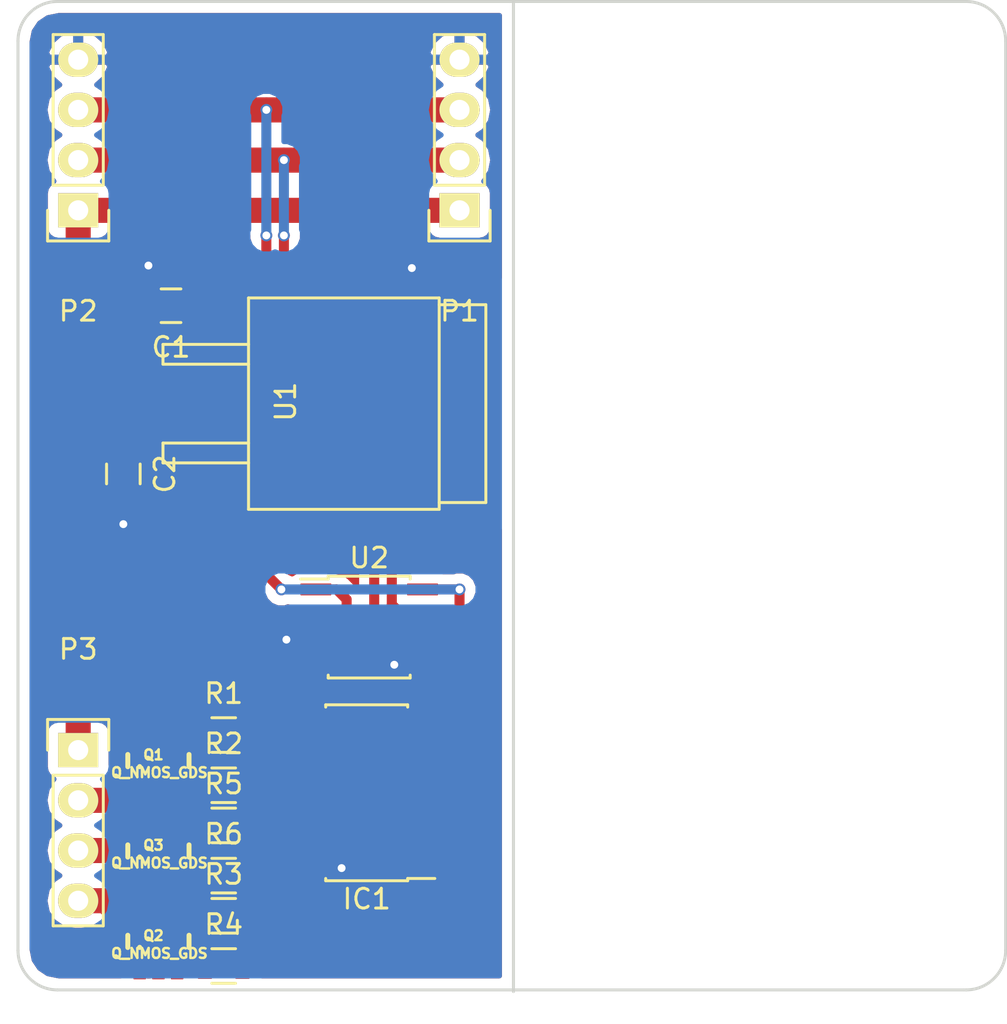
<source format=kicad_pcb>
(kicad_pcb (version 4) (host pcbnew "(2015-08-19 BZR 6105)-product")

  (general
    (links 48)
    (no_connects 17)
    (area 126.924999 56.924999 177.075001 107.163001)
    (thickness 1.6)
    (drawings 9)
    (tracks 99)
    (zones 0)
    (modules 17)
    (nets 24)
  )

  (page A4)
  (layers
    (0 F.Cu signal)
    (31 B.Cu signal hide)
    (32 B.Adhes user)
    (33 F.Adhes user)
    (34 B.Paste user)
    (35 F.Paste user)
    (36 B.SilkS user)
    (37 F.SilkS user)
    (38 B.Mask user)
    (39 F.Mask user)
    (40 Dwgs.User user)
    (41 Cmts.User user)
    (42 Eco1.User user)
    (43 Eco2.User user)
    (44 Edge.Cuts user)
    (45 Margin user)
    (46 B.CrtYd user)
    (47 F.CrtYd user)
    (48 B.Fab user)
    (49 F.Fab user)
  )

  (setup
    (last_trace_width 0.508)
    (user_trace_width 0.254)
    (user_trace_width 0.508)
    (user_trace_width 1.016)
    (user_trace_width 1.27)
    (trace_clearance 0.2)
    (zone_clearance 0.508)
    (zone_45_only no)
    (trace_min 0.2)
    (segment_width 0.2)
    (edge_width 0.15)
    (via_size 0.6)
    (via_drill 0.4)
    (via_min_size 0.4)
    (via_min_drill 0.3)
    (uvia_size 0.3)
    (uvia_drill 0.1)
    (uvias_allowed no)
    (uvia_min_size 0)
    (uvia_min_drill 0)
    (pcb_text_width 0.3)
    (pcb_text_size 1.5 1.5)
    (mod_edge_width 0.15)
    (mod_text_size 1 1)
    (mod_text_width 0.15)
    (pad_size 1.524 1.524)
    (pad_drill 0.762)
    (pad_to_mask_clearance 0.2)
    (aux_axis_origin 0 0)
    (grid_origin 156.083 69.088)
    (visible_elements FFFFFF7F)
    (pcbplotparams
      (layerselection 0x00030_80000001)
      (usegerberextensions false)
      (excludeedgelayer true)
      (linewidth 0.100000)
      (plotframeref false)
      (viasonmask false)
      (mode 1)
      (useauxorigin false)
      (hpglpennumber 1)
      (hpglpenspeed 20)
      (hpglpendiameter 15)
      (hpglpenoverlay 2)
      (psnegative false)
      (psa4output false)
      (plotreference true)
      (plotvalue true)
      (plotinvisibletext false)
      (padsonsilk false)
      (subtractmaskfromsilk false)
      (outputformat 1)
      (mirror false)
      (drillshape 1)
      (scaleselection 1)
      (outputdirectory ""))
  )

  (net 0 "")
  (net 1 +12V)
  (net 2 GND)
  (net 3 +5V)
  (net 4 "Net-(Q1-Pad1)")
  (net 5 /LED_R)
  (net 6 "Net-(Q2-Pad1)")
  (net 7 /LED_B)
  (net 8 "Net-(Q3-Pad1)")
  (net 9 /LED_G)
  (net 10 /SERIAL_IN)
  (net 11 "Net-(IC1-Pad2)")
  (net 12 "Net-(IC1-Pad3)")
  (net 13 "Net-(IC1-Pad4)")
  (net 14 "Net-(IC1-Pad5)")
  (net 15 "Net-(IC1-Pad6)")
  (net 16 "Net-(IC1-Pad7)")
  (net 17 "Net-(IC1-Pad8)")
  (net 18 "Net-(IC1-Pad13)")
  (net 19 /LED_R_OUT)
  (net 20 /LED_B_OUT)
  (net 21 /LED_G_OUT)
  (net 22 /SERIAL_B)
  (net 23 /SERIAL_A)

  (net_class Default "This is the default net class."
    (clearance 0.2)
    (trace_width 0.25)
    (via_dia 0.6)
    (via_drill 0.4)
    (uvia_dia 0.3)
    (uvia_drill 0.1)
    (add_net +12V)
    (add_net +5V)
    (add_net /LED_B)
    (add_net /LED_B_OUT)
    (add_net /LED_G)
    (add_net /LED_G_OUT)
    (add_net /LED_R)
    (add_net /LED_R_OUT)
    (add_net /SERIAL_A)
    (add_net /SERIAL_B)
    (add_net /SERIAL_IN)
    (add_net GND)
    (add_net "Net-(IC1-Pad13)")
    (add_net "Net-(IC1-Pad2)")
    (add_net "Net-(IC1-Pad3)")
    (add_net "Net-(IC1-Pad4)")
    (add_net "Net-(IC1-Pad5)")
    (add_net "Net-(IC1-Pad6)")
    (add_net "Net-(IC1-Pad7)")
    (add_net "Net-(IC1-Pad8)")
    (add_net "Net-(Q1-Pad1)")
    (add_net "Net-(Q2-Pad1)")
    (add_net "Net-(Q3-Pad1)")
  )

  (module Capacitors_SMD:C_0805 (layer F.Cu) (tedit 5415D6EA) (tstamp 55D8CEDA)
    (at 134.747 72.39 180)
    (descr "Capacitor SMD 0805, reflow soldering, AVX (see smccp.pdf)")
    (tags "capacitor 0805")
    (path /55D512A7)
    (attr smd)
    (fp_text reference C1 (at 0 -2.1 180) (layer F.SilkS)
      (effects (font (size 1 1) (thickness 0.15)))
    )
    (fp_text value 0.33uF (at 0 2.1 180) (layer F.Fab)
      (effects (font (size 1 1) (thickness 0.15)))
    )
    (fp_line (start -1.8 -1) (end 1.8 -1) (layer F.CrtYd) (width 0.05))
    (fp_line (start -1.8 1) (end 1.8 1) (layer F.CrtYd) (width 0.05))
    (fp_line (start -1.8 -1) (end -1.8 1) (layer F.CrtYd) (width 0.05))
    (fp_line (start 1.8 -1) (end 1.8 1) (layer F.CrtYd) (width 0.05))
    (fp_line (start 0.5 -0.85) (end -0.5 -0.85) (layer F.SilkS) (width 0.15))
    (fp_line (start -0.5 0.85) (end 0.5 0.85) (layer F.SilkS) (width 0.15))
    (pad 1 smd rect (at -1 0 180) (size 1 1.25) (layers F.Cu F.Paste F.Mask)
      (net 1 +12V))
    (pad 2 smd rect (at 1 0 180) (size 1 1.25) (layers F.Cu F.Paste F.Mask)
      (net 2 GND))
    (model Capacitors_SMD.3dshapes/C_0805.wrl
      (at (xyz 0 0 0))
      (scale (xyz 1 1 1))
      (rotate (xyz 0 0 0))
    )
  )

  (module Capacitors_SMD:C_0805 (layer F.Cu) (tedit 5415D6EA) (tstamp 55D8CEE6)
    (at 132.334 80.899 270)
    (descr "Capacitor SMD 0805, reflow soldering, AVX (see smccp.pdf)")
    (tags "capacitor 0805")
    (path /55D51378)
    (attr smd)
    (fp_text reference C2 (at 0 -2.1 270) (layer F.SilkS)
      (effects (font (size 1 1) (thickness 0.15)))
    )
    (fp_text value 0.1uF (at 0 2.1 270) (layer F.Fab)
      (effects (font (size 1 1) (thickness 0.15)))
    )
    (fp_line (start -1.8 -1) (end 1.8 -1) (layer F.CrtYd) (width 0.05))
    (fp_line (start -1.8 1) (end 1.8 1) (layer F.CrtYd) (width 0.05))
    (fp_line (start -1.8 -1) (end -1.8 1) (layer F.CrtYd) (width 0.05))
    (fp_line (start 1.8 -1) (end 1.8 1) (layer F.CrtYd) (width 0.05))
    (fp_line (start 0.5 -0.85) (end -0.5 -0.85) (layer F.SilkS) (width 0.15))
    (fp_line (start -0.5 0.85) (end 0.5 0.85) (layer F.SilkS) (width 0.15))
    (pad 1 smd rect (at -1 0 270) (size 1 1.25) (layers F.Cu F.Paste F.Mask)
      (net 3 +5V))
    (pad 2 smd rect (at 1 0 270) (size 1 1.25) (layers F.Cu F.Paste F.Mask)
      (net 2 GND))
    (model Capacitors_SMD.3dshapes/C_0805.wrl
      (at (xyz 0 0 0))
      (scale (xyz 1 1 1))
      (rotate (xyz 0 0 0))
    )
  )

  (module Resistors_SMD:R_0805 (layer F.Cu) (tedit 5415CDEB) (tstamp 55D8CF31)
    (at 137.414 94.107)
    (descr "Resistor SMD 0805, reflow soldering, Vishay (see dcrcw.pdf)")
    (tags "resistor 0805")
    (path /55D558D9)
    (attr smd)
    (fp_text reference R1 (at 0 -2.1) (layer F.SilkS)
      (effects (font (size 1 1) (thickness 0.15)))
    )
    (fp_text value 1k (at 0 2.1) (layer F.Fab)
      (effects (font (size 1 1) (thickness 0.15)))
    )
    (fp_line (start -1.6 -1) (end 1.6 -1) (layer F.CrtYd) (width 0.05))
    (fp_line (start -1.6 1) (end 1.6 1) (layer F.CrtYd) (width 0.05))
    (fp_line (start -1.6 -1) (end -1.6 1) (layer F.CrtYd) (width 0.05))
    (fp_line (start 1.6 -1) (end 1.6 1) (layer F.CrtYd) (width 0.05))
    (fp_line (start 0.6 0.875) (end -0.6 0.875) (layer F.SilkS) (width 0.15))
    (fp_line (start -0.6 -0.875) (end 0.6 -0.875) (layer F.SilkS) (width 0.15))
    (pad 1 smd rect (at -0.95 0) (size 0.7 1.3) (layers F.Cu F.Paste F.Mask)
      (net 4 "Net-(Q1-Pad1)"))
    (pad 2 smd rect (at 0.95 0) (size 0.7 1.3) (layers F.Cu F.Paste F.Mask)
      (net 5 /LED_R))
    (model Resistors_SMD.3dshapes/R_0805.wrl
      (at (xyz 0 0 0))
      (scale (xyz 1 1 1))
      (rotate (xyz 0 0 0))
    )
  )

  (module Resistors_SMD:R_0805 (layer F.Cu) (tedit 5415CDEB) (tstamp 55D8CF3D)
    (at 137.414 96.647)
    (descr "Resistor SMD 0805, reflow soldering, Vishay (see dcrcw.pdf)")
    (tags "resistor 0805")
    (path /55D5595A)
    (attr smd)
    (fp_text reference R2 (at 0 -2.1) (layer F.SilkS)
      (effects (font (size 1 1) (thickness 0.15)))
    )
    (fp_text value 100k (at 0 2.1) (layer F.Fab)
      (effects (font (size 1 1) (thickness 0.15)))
    )
    (fp_line (start -1.6 -1) (end 1.6 -1) (layer F.CrtYd) (width 0.05))
    (fp_line (start -1.6 1) (end 1.6 1) (layer F.CrtYd) (width 0.05))
    (fp_line (start -1.6 -1) (end -1.6 1) (layer F.CrtYd) (width 0.05))
    (fp_line (start 1.6 -1) (end 1.6 1) (layer F.CrtYd) (width 0.05))
    (fp_line (start 0.6 0.875) (end -0.6 0.875) (layer F.SilkS) (width 0.15))
    (fp_line (start -0.6 -0.875) (end 0.6 -0.875) (layer F.SilkS) (width 0.15))
    (pad 1 smd rect (at -0.95 0) (size 0.7 1.3) (layers F.Cu F.Paste F.Mask)
      (net 4 "Net-(Q1-Pad1)"))
    (pad 2 smd rect (at 0.95 0) (size 0.7 1.3) (layers F.Cu F.Paste F.Mask)
      (net 2 GND))
    (model Resistors_SMD.3dshapes/R_0805.wrl
      (at (xyz 0 0 0))
      (scale (xyz 1 1 1))
      (rotate (xyz 0 0 0))
    )
  )

  (module Resistors_SMD:R_0805 (layer F.Cu) (tedit 5415CDEB) (tstamp 55D8CF49)
    (at 137.414 103.251)
    (descr "Resistor SMD 0805, reflow soldering, Vishay (see dcrcw.pdf)")
    (tags "resistor 0805")
    (path /55D5B84D)
    (attr smd)
    (fp_text reference R3 (at 0 -2.1) (layer F.SilkS)
      (effects (font (size 1 1) (thickness 0.15)))
    )
    (fp_text value 1k (at 0 2.1) (layer F.Fab)
      (effects (font (size 1 1) (thickness 0.15)))
    )
    (fp_line (start -1.6 -1) (end 1.6 -1) (layer F.CrtYd) (width 0.05))
    (fp_line (start -1.6 1) (end 1.6 1) (layer F.CrtYd) (width 0.05))
    (fp_line (start -1.6 -1) (end -1.6 1) (layer F.CrtYd) (width 0.05))
    (fp_line (start 1.6 -1) (end 1.6 1) (layer F.CrtYd) (width 0.05))
    (fp_line (start 0.6 0.875) (end -0.6 0.875) (layer F.SilkS) (width 0.15))
    (fp_line (start -0.6 -0.875) (end 0.6 -0.875) (layer F.SilkS) (width 0.15))
    (pad 1 smd rect (at -0.95 0) (size 0.7 1.3) (layers F.Cu F.Paste F.Mask)
      (net 6 "Net-(Q2-Pad1)"))
    (pad 2 smd rect (at 0.95 0) (size 0.7 1.3) (layers F.Cu F.Paste F.Mask)
      (net 7 /LED_B))
    (model Resistors_SMD.3dshapes/R_0805.wrl
      (at (xyz 0 0 0))
      (scale (xyz 1 1 1))
      (rotate (xyz 0 0 0))
    )
  )

  (module Resistors_SMD:R_0805 (layer F.Cu) (tedit 5415CDEB) (tstamp 55D8CF55)
    (at 137.414 105.791)
    (descr "Resistor SMD 0805, reflow soldering, Vishay (see dcrcw.pdf)")
    (tags "resistor 0805")
    (path /55D5B853)
    (attr smd)
    (fp_text reference R4 (at 0 -2.1) (layer F.SilkS)
      (effects (font (size 1 1) (thickness 0.15)))
    )
    (fp_text value 100k (at 0 2.1) (layer F.Fab)
      (effects (font (size 1 1) (thickness 0.15)))
    )
    (fp_line (start -1.6 -1) (end 1.6 -1) (layer F.CrtYd) (width 0.05))
    (fp_line (start -1.6 1) (end 1.6 1) (layer F.CrtYd) (width 0.05))
    (fp_line (start -1.6 -1) (end -1.6 1) (layer F.CrtYd) (width 0.05))
    (fp_line (start 1.6 -1) (end 1.6 1) (layer F.CrtYd) (width 0.05))
    (fp_line (start 0.6 0.875) (end -0.6 0.875) (layer F.SilkS) (width 0.15))
    (fp_line (start -0.6 -0.875) (end 0.6 -0.875) (layer F.SilkS) (width 0.15))
    (pad 1 smd rect (at -0.95 0) (size 0.7 1.3) (layers F.Cu F.Paste F.Mask)
      (net 6 "Net-(Q2-Pad1)"))
    (pad 2 smd rect (at 0.95 0) (size 0.7 1.3) (layers F.Cu F.Paste F.Mask)
      (net 2 GND))
    (model Resistors_SMD.3dshapes/R_0805.wrl
      (at (xyz 0 0 0))
      (scale (xyz 1 1 1))
      (rotate (xyz 0 0 0))
    )
  )

  (module Resistors_SMD:R_0805 (layer F.Cu) (tedit 5415CDEB) (tstamp 55D8CF61)
    (at 137.414 98.679)
    (descr "Resistor SMD 0805, reflow soldering, Vishay (see dcrcw.pdf)")
    (tags "resistor 0805")
    (path /55D5BA05)
    (attr smd)
    (fp_text reference R5 (at 0 -2.1) (layer F.SilkS)
      (effects (font (size 1 1) (thickness 0.15)))
    )
    (fp_text value 1k (at 0 2.1) (layer F.Fab)
      (effects (font (size 1 1) (thickness 0.15)))
    )
    (fp_line (start -1.6 -1) (end 1.6 -1) (layer F.CrtYd) (width 0.05))
    (fp_line (start -1.6 1) (end 1.6 1) (layer F.CrtYd) (width 0.05))
    (fp_line (start -1.6 -1) (end -1.6 1) (layer F.CrtYd) (width 0.05))
    (fp_line (start 1.6 -1) (end 1.6 1) (layer F.CrtYd) (width 0.05))
    (fp_line (start 0.6 0.875) (end -0.6 0.875) (layer F.SilkS) (width 0.15))
    (fp_line (start -0.6 -0.875) (end 0.6 -0.875) (layer F.SilkS) (width 0.15))
    (pad 1 smd rect (at -0.95 0) (size 0.7 1.3) (layers F.Cu F.Paste F.Mask)
      (net 8 "Net-(Q3-Pad1)"))
    (pad 2 smd rect (at 0.95 0) (size 0.7 1.3) (layers F.Cu F.Paste F.Mask)
      (net 9 /LED_G))
    (model Resistors_SMD.3dshapes/R_0805.wrl
      (at (xyz 0 0 0))
      (scale (xyz 1 1 1))
      (rotate (xyz 0 0 0))
    )
  )

  (module Resistors_SMD:R_0805 (layer F.Cu) (tedit 5415CDEB) (tstamp 55D8CF6D)
    (at 137.414 101.219)
    (descr "Resistor SMD 0805, reflow soldering, Vishay (see dcrcw.pdf)")
    (tags "resistor 0805")
    (path /55D5BA0B)
    (attr smd)
    (fp_text reference R6 (at 0 -2.1) (layer F.SilkS)
      (effects (font (size 1 1) (thickness 0.15)))
    )
    (fp_text value 100k (at 0 2.1) (layer F.Fab)
      (effects (font (size 1 1) (thickness 0.15)))
    )
    (fp_line (start -1.6 -1) (end 1.6 -1) (layer F.CrtYd) (width 0.05))
    (fp_line (start -1.6 1) (end 1.6 1) (layer F.CrtYd) (width 0.05))
    (fp_line (start -1.6 -1) (end -1.6 1) (layer F.CrtYd) (width 0.05))
    (fp_line (start 1.6 -1) (end 1.6 1) (layer F.CrtYd) (width 0.05))
    (fp_line (start 0.6 0.875) (end -0.6 0.875) (layer F.SilkS) (width 0.15))
    (fp_line (start -0.6 -0.875) (end 0.6 -0.875) (layer F.SilkS) (width 0.15))
    (pad 1 smd rect (at -0.95 0) (size 0.7 1.3) (layers F.Cu F.Paste F.Mask)
      (net 8 "Net-(Q3-Pad1)"))
    (pad 2 smd rect (at 0.95 0) (size 0.7 1.3) (layers F.Cu F.Paste F.Mask)
      (net 2 GND))
    (model Resistors_SMD.3dshapes/R_0805.wrl
      (at (xyz 0 0 0))
      (scale (xyz 1 1 1))
      (rotate (xyz 0 0 0))
    )
  )

  (module Transistors_SMD:sot404 (layer F.Cu) (tedit 0) (tstamp 55D8CF81)
    (at 141.351 77.343 270)
    (descr SOT404)
    (path /55D5123A)
    (attr smd)
    (fp_text reference U1 (at -0.09906 0.8001 270) (layer F.SilkS)
      (effects (font (size 1 1) (thickness 0.15)))
    )
    (fp_text value L7805CD2T-TR (at -0.20066 1.09982 270) (layer F.Fab)
      (effects (font (size 1 1) (thickness 0.15)))
    )
    (fp_line (start -5.0038 -6.9723) (end -5.0038 -9.3345) (layer F.SilkS) (width 0.15))
    (fp_line (start -5.0038 -9.3345) (end 5.0038 -9.3345) (layer F.SilkS) (width 0.15))
    (fp_line (start 5.0038 -9.3345) (end 5.0038 -6.9723) (layer F.SilkS) (width 0.15))
    (fp_line (start 2.9972 7.0104) (end 2.9972 2.6797) (layer F.SilkS) (width 0.15))
    (fp_line (start 1.9939 7.0104) (end 2.9972 7.0104) (layer F.SilkS) (width 0.15))
    (fp_line (start 1.9939 2.6797) (end 1.9939 7.0104) (layer F.SilkS) (width 0.15))
    (fp_line (start -2.9972 2.6797) (end -2.9972 7.0104) (layer F.SilkS) (width 0.15))
    (fp_line (start -2.9972 7.0104) (end -1.9939 7.0104) (layer F.SilkS) (width 0.15))
    (fp_line (start -1.9939 7.0104) (end -1.9939 2.6797) (layer F.SilkS) (width 0.15))
    (fp_line (start -5.3467 -6.9723) (end 5.3467 -6.9723) (layer F.SilkS) (width 0.15))
    (fp_line (start 5.3467 -6.9723) (end 5.3467 2.6797) (layer F.SilkS) (width 0.15))
    (fp_line (start 5.3467 2.6797) (end -5.3467 2.6797) (layer F.SilkS) (width 0.15))
    (fp_line (start -5.3467 2.6797) (end -5.3467 -6.9723) (layer F.SilkS) (width 0.15))
    (pad 1 smd rect (at -2.49936 5.5499 270) (size 1.99898 3.79984) (layers F.Cu F.Paste F.Mask)
      (net 1 +12V))
    (pad 3 smd rect (at 2.49936 5.5499 270) (size 1.99898 3.79984) (layers F.Cu F.Paste F.Mask)
      (net 3 +5V))
    (pad 2 smd rect (at 0 -5.5499 270) (size 11.50112 8.99922) (layers F.Cu F.Paste F.Mask)
      (net 2 GND))
    (model Transistors_SMD.3dshapes/sot404.wrl
      (at (xyz 0 0 0))
      (scale (xyz 1 1 1))
      (rotate (xyz 0 0 0))
    )
  )

  (module Housings_SOIC:SOIC-8_3.9x4.9mm_Pitch1.27mm (layer F.Cu) (tedit 54130A77) (tstamp 55D8CF98)
    (at 144.78 88.646)
    (descr "8-Lead Plastic Small Outline (SN) - Narrow, 3.90 mm Body [SOIC] (see Microchip Packaging Specification 00000049BS.pdf)")
    (tags "SOIC 1.27")
    (path /55D50C8C)
    (attr smd)
    (fp_text reference U2 (at 0 -3.5) (layer F.SilkS)
      (effects (font (size 1 1) (thickness 0.15)))
    )
    (fp_text value SN65HVD3082ED (at 0 3.5) (layer F.Fab)
      (effects (font (size 1 1) (thickness 0.15)))
    )
    (fp_line (start -3.75 -2.75) (end -3.75 2.75) (layer F.CrtYd) (width 0.05))
    (fp_line (start 3.75 -2.75) (end 3.75 2.75) (layer F.CrtYd) (width 0.05))
    (fp_line (start -3.75 -2.75) (end 3.75 -2.75) (layer F.CrtYd) (width 0.05))
    (fp_line (start -3.75 2.75) (end 3.75 2.75) (layer F.CrtYd) (width 0.05))
    (fp_line (start -2.075 -2.575) (end -2.075 -2.43) (layer F.SilkS) (width 0.15))
    (fp_line (start 2.075 -2.575) (end 2.075 -2.43) (layer F.SilkS) (width 0.15))
    (fp_line (start 2.075 2.575) (end 2.075 2.43) (layer F.SilkS) (width 0.15))
    (fp_line (start -2.075 2.575) (end -2.075 2.43) (layer F.SilkS) (width 0.15))
    (fp_line (start -2.075 -2.575) (end 2.075 -2.575) (layer F.SilkS) (width 0.15))
    (fp_line (start -2.075 2.575) (end 2.075 2.575) (layer F.SilkS) (width 0.15))
    (fp_line (start -2.075 -2.43) (end -3.475 -2.43) (layer F.SilkS) (width 0.15))
    (pad 1 smd rect (at -2.7 -1.905) (size 1.55 0.6) (layers F.Cu F.Paste F.Mask)
      (net 10 /SERIAL_IN))
    (pad 2 smd rect (at -2.7 -0.635) (size 1.55 0.6) (layers F.Cu F.Paste F.Mask)
      (net 2 GND))
    (pad 3 smd rect (at -2.7 0.635) (size 1.55 0.6) (layers F.Cu F.Paste F.Mask)
      (net 2 GND))
    (pad 4 smd rect (at -2.7 1.905) (size 1.55 0.6) (layers F.Cu F.Paste F.Mask)
      (net 2 GND))
    (pad 5 smd rect (at 2.7 1.905) (size 1.55 0.6) (layers F.Cu F.Paste F.Mask)
      (net 2 GND))
    (pad 6 smd rect (at 2.7 0.635) (size 1.55 0.6) (layers F.Cu F.Paste F.Mask)
      (net 23 /SERIAL_A))
    (pad 7 smd rect (at 2.7 -0.635) (size 1.55 0.6) (layers F.Cu F.Paste F.Mask)
      (net 22 /SERIAL_B))
    (pad 8 smd rect (at 2.7 -1.905) (size 1.55 0.6) (layers F.Cu F.Paste F.Mask)
      (net 3 +5V))
    (model Housings_SOIC.3dshapes/SOIC-8_3.9x4.9mm_Pitch1.27mm.wrl
      (at (xyz 0 0 0))
      (scale (xyz 1 1 1))
      (rotate (xyz 0 0 0))
    )
  )

  (module Housings_SOIC:SOIC-14_3.9x8.7mm_Pitch1.27mm (layer F.Cu) (tedit 54130A77) (tstamp 55D8D3E5)
    (at 144.653 97.028 180)
    (descr "14-Lead Plastic Small Outline (SL) - Narrow, 3.90 mm Body [SOIC] (see Microchip Packaging Specification 00000049BS.pdf)")
    (tags "SOIC 1.27")
    (path /55D5DBD8)
    (attr smd)
    (fp_text reference IC1 (at 0 -5.375 180) (layer F.SilkS)
      (effects (font (size 1 1) (thickness 0.15)))
    )
    (fp_text value ATTINY441-SSU (at 0 5.375 180) (layer F.Fab)
      (effects (font (size 1 1) (thickness 0.15)))
    )
    (fp_line (start -3.7 -4.65) (end -3.7 4.65) (layer F.CrtYd) (width 0.05))
    (fp_line (start 3.7 -4.65) (end 3.7 4.65) (layer F.CrtYd) (width 0.05))
    (fp_line (start -3.7 -4.65) (end 3.7 -4.65) (layer F.CrtYd) (width 0.05))
    (fp_line (start -3.7 4.65) (end 3.7 4.65) (layer F.CrtYd) (width 0.05))
    (fp_line (start -2.075 -4.45) (end -2.075 -4.335) (layer F.SilkS) (width 0.15))
    (fp_line (start 2.075 -4.45) (end 2.075 -4.335) (layer F.SilkS) (width 0.15))
    (fp_line (start 2.075 4.45) (end 2.075 4.335) (layer F.SilkS) (width 0.15))
    (fp_line (start -2.075 4.45) (end -2.075 4.335) (layer F.SilkS) (width 0.15))
    (fp_line (start -2.075 -4.45) (end 2.075 -4.45) (layer F.SilkS) (width 0.15))
    (fp_line (start -2.075 4.45) (end 2.075 4.45) (layer F.SilkS) (width 0.15))
    (fp_line (start -2.075 -4.335) (end -3.45 -4.335) (layer F.SilkS) (width 0.15))
    (pad 1 smd rect (at -2.7 -3.81 180) (size 1.5 0.6) (layers F.Cu F.Paste F.Mask)
      (net 3 +5V))
    (pad 2 smd rect (at -2.7 -2.54 180) (size 1.5 0.6) (layers F.Cu F.Paste F.Mask)
      (net 11 "Net-(IC1-Pad2)"))
    (pad 3 smd rect (at -2.7 -1.27 180) (size 1.5 0.6) (layers F.Cu F.Paste F.Mask)
      (net 12 "Net-(IC1-Pad3)"))
    (pad 4 smd rect (at -2.7 0 180) (size 1.5 0.6) (layers F.Cu F.Paste F.Mask)
      (net 13 "Net-(IC1-Pad4)"))
    (pad 5 smd rect (at -2.7 1.27 180) (size 1.5 0.6) (layers F.Cu F.Paste F.Mask)
      (net 14 "Net-(IC1-Pad5)"))
    (pad 6 smd rect (at -2.7 2.54 180) (size 1.5 0.6) (layers F.Cu F.Paste F.Mask)
      (net 15 "Net-(IC1-Pad6)"))
    (pad 7 smd rect (at -2.7 3.81 180) (size 1.5 0.6) (layers F.Cu F.Paste F.Mask)
      (net 16 "Net-(IC1-Pad7)"))
    (pad 8 smd rect (at 2.7 3.81 180) (size 1.5 0.6) (layers F.Cu F.Paste F.Mask)
      (net 17 "Net-(IC1-Pad8)"))
    (pad 9 smd rect (at 2.7 2.54 180) (size 1.5 0.6) (layers F.Cu F.Paste F.Mask)
      (net 5 /LED_R))
    (pad 10 smd rect (at 2.7 1.27 180) (size 1.5 0.6) (layers F.Cu F.Paste F.Mask)
      (net 9 /LED_G))
    (pad 11 smd rect (at 2.7 0 180) (size 1.5 0.6) (layers F.Cu F.Paste F.Mask)
      (net 10 /SERIAL_IN))
    (pad 12 smd rect (at 2.7 -1.27 180) (size 1.5 0.6) (layers F.Cu F.Paste F.Mask)
      (net 7 /LED_B))
    (pad 13 smd rect (at 2.7 -2.54 180) (size 1.5 0.6) (layers F.Cu F.Paste F.Mask)
      (net 18 "Net-(IC1-Pad13)"))
    (pad 14 smd rect (at 2.7 -3.81 180) (size 1.5 0.6) (layers F.Cu F.Paste F.Mask)
      (net 2 GND))
    (model Housings_SOIC.3dshapes/SOIC-14_3.9x8.7mm_Pitch1.27mm.wrl
      (at (xyz 0 0 0))
      (scale (xyz 1 1 1))
      (rotate (xyz 0 0 0))
    )
  )

  (module sot:SuperSOT-6-123 (layer F.Cu) (tedit 55D523B5) (tstamp 55D8D8DE)
    (at 133.1595 96.7105)
    (path /55D5548A)
    (fp_text reference Q1 (at 0.7 -1.6) (layer F.SilkS)
      (effects (font (size 0.5 0.5) (thickness 0.125)))
    )
    (fp_text value Q_NMOS_GDS (at 1 -0.7) (layer F.SilkS)
      (effects (font (size 0.5 0.5) (thickness 0.125)))
    )
    (fp_line (start 2.5 -1.62) (end 2.5 -1) (layer F.SilkS) (width 0.25))
    (fp_line (start -0.6 -1.62) (end -0.6 -1) (layer F.SilkS) (width 0.25))
    (fp_line (start 0 -1.01) (end 0 -1) (layer F.SilkS) (width 0.25))
    (pad 3 smd rect (at 1.9 -2.62) (size 0.62 1.22) (layers F.Cu F.Paste F.Mask)
      (net 2 GND))
    (pad 2 smd rect (at 0.95 -2.62) (size 0.62 1.22) (layers F.Cu F.Paste F.Mask)
      (net 19 /LED_R_OUT))
    (pad 1 smd rect (at 1.9 0) (size 0.62 1.22) (layers F.Cu F.Paste F.Mask)
      (net 4 "Net-(Q1-Pad1)"))
    (pad 2 smd rect (at 0 -2.62) (size 0.62 1.22) (layers F.Cu F.Paste F.Mask)
      (net 19 /LED_R_OUT))
    (pad 2 smd rect (at 0.95 0) (size 0.62 1.22) (layers F.Cu F.Paste F.Mask)
      (net 19 /LED_R_OUT))
    (pad 2 smd rect (at 0 0) (size 0.62 1.22) (layers F.Cu F.Paste F.Mask)
      (net 19 /LED_R_OUT))
  )

  (module sot:SuperSOT-6-123 (layer F.Cu) (tedit 55D523B5) (tstamp 55D8D8EA)
    (at 133.1595 105.8545)
    (path /55D5B847)
    (fp_text reference Q2 (at 0.7 -1.6) (layer F.SilkS)
      (effects (font (size 0.5 0.5) (thickness 0.125)))
    )
    (fp_text value Q_NMOS_GDS (at 1 -0.7) (layer F.SilkS)
      (effects (font (size 0.5 0.5) (thickness 0.125)))
    )
    (fp_line (start 2.5 -1.62) (end 2.5 -1) (layer F.SilkS) (width 0.25))
    (fp_line (start -0.6 -1.62) (end -0.6 -1) (layer F.SilkS) (width 0.25))
    (fp_line (start 0 -1.01) (end 0 -1) (layer F.SilkS) (width 0.25))
    (pad 3 smd rect (at 1.9 -2.62) (size 0.62 1.22) (layers F.Cu F.Paste F.Mask)
      (net 2 GND))
    (pad 2 smd rect (at 0.95 -2.62) (size 0.62 1.22) (layers F.Cu F.Paste F.Mask)
      (net 20 /LED_B_OUT))
    (pad 1 smd rect (at 1.9 0) (size 0.62 1.22) (layers F.Cu F.Paste F.Mask)
      (net 6 "Net-(Q2-Pad1)"))
    (pad 2 smd rect (at 0 -2.62) (size 0.62 1.22) (layers F.Cu F.Paste F.Mask)
      (net 20 /LED_B_OUT))
    (pad 2 smd rect (at 0.95 0) (size 0.62 1.22) (layers F.Cu F.Paste F.Mask)
      (net 20 /LED_B_OUT))
    (pad 2 smd rect (at 0 0) (size 0.62 1.22) (layers F.Cu F.Paste F.Mask)
      (net 20 /LED_B_OUT))
  )

  (module sot:SuperSOT-6-123 (layer F.Cu) (tedit 55D523B5) (tstamp 55D8D8F6)
    (at 133.1595 101.2825)
    (path /55D5B9FF)
    (fp_text reference Q3 (at 0.7 -1.6) (layer F.SilkS)
      (effects (font (size 0.5 0.5) (thickness 0.125)))
    )
    (fp_text value Q_NMOS_GDS (at 1 -0.7) (layer F.SilkS)
      (effects (font (size 0.5 0.5) (thickness 0.125)))
    )
    (fp_line (start 2.5 -1.62) (end 2.5 -1) (layer F.SilkS) (width 0.25))
    (fp_line (start -0.6 -1.62) (end -0.6 -1) (layer F.SilkS) (width 0.25))
    (fp_line (start 0 -1.01) (end 0 -1) (layer F.SilkS) (width 0.25))
    (pad 3 smd rect (at 1.9 -2.62) (size 0.62 1.22) (layers F.Cu F.Paste F.Mask)
      (net 2 GND))
    (pad 2 smd rect (at 0.95 -2.62) (size 0.62 1.22) (layers F.Cu F.Paste F.Mask)
      (net 21 /LED_G_OUT))
    (pad 1 smd rect (at 1.9 0) (size 0.62 1.22) (layers F.Cu F.Paste F.Mask)
      (net 8 "Net-(Q3-Pad1)"))
    (pad 2 smd rect (at 0 -2.62) (size 0.62 1.22) (layers F.Cu F.Paste F.Mask)
      (net 21 /LED_G_OUT))
    (pad 2 smd rect (at 0.95 0) (size 0.62 1.22) (layers F.Cu F.Paste F.Mask)
      (net 21 /LED_G_OUT))
    (pad 2 smd rect (at 0 0) (size 0.62 1.22) (layers F.Cu F.Paste F.Mask)
      (net 21 /LED_G_OUT))
  )

  (module Pin_Headers:Pin_Header_Straight_1x04 (layer F.Cu) (tedit 0) (tstamp 55DA4B98)
    (at 149.352 67.564 180)
    (descr "Through hole pin header")
    (tags "pin header")
    (path /55D508AE)
    (fp_text reference P1 (at 0 -5.1 180) (layer F.SilkS)
      (effects (font (size 1 1) (thickness 0.15)))
    )
    (fp_text value BUS_IN (at 0 -3.1 180) (layer F.Fab)
      (effects (font (size 1 1) (thickness 0.15)))
    )
    (fp_line (start -1.75 -1.75) (end -1.75 9.4) (layer F.CrtYd) (width 0.05))
    (fp_line (start 1.75 -1.75) (end 1.75 9.4) (layer F.CrtYd) (width 0.05))
    (fp_line (start -1.75 -1.75) (end 1.75 -1.75) (layer F.CrtYd) (width 0.05))
    (fp_line (start -1.75 9.4) (end 1.75 9.4) (layer F.CrtYd) (width 0.05))
    (fp_line (start -1.27 1.27) (end -1.27 8.89) (layer F.SilkS) (width 0.15))
    (fp_line (start 1.27 1.27) (end 1.27 8.89) (layer F.SilkS) (width 0.15))
    (fp_line (start 1.55 -1.55) (end 1.55 0) (layer F.SilkS) (width 0.15))
    (fp_line (start -1.27 8.89) (end 1.27 8.89) (layer F.SilkS) (width 0.15))
    (fp_line (start 1.27 1.27) (end -1.27 1.27) (layer F.SilkS) (width 0.15))
    (fp_line (start -1.55 0) (end -1.55 -1.55) (layer F.SilkS) (width 0.15))
    (fp_line (start -1.55 -1.55) (end 1.55 -1.55) (layer F.SilkS) (width 0.15))
    (pad 1 thru_hole rect (at 0 0 180) (size 2.032 1.7272) (drill 1.016) (layers *.Cu *.Mask F.SilkS)
      (net 1 +12V))
    (pad 2 thru_hole oval (at 0 2.54 180) (size 2.032 1.7272) (drill 1.016) (layers *.Cu *.Mask F.SilkS)
      (net 22 /SERIAL_B))
    (pad 3 thru_hole oval (at 0 5.08 180) (size 2.032 1.7272) (drill 1.016) (layers *.Cu *.Mask F.SilkS)
      (net 23 /SERIAL_A))
    (pad 4 thru_hole oval (at 0 7.62 180) (size 2.032 1.7272) (drill 1.016) (layers *.Cu *.Mask F.SilkS)
      (net 2 GND))
    (model Pin_Headers.3dshapes/Pin_Header_Straight_1x04.wrl
      (at (xyz 0 -0.15 0))
      (scale (xyz 1 1 1))
      (rotate (xyz 0 0 90))
    )
  )

  (module Pin_Headers:Pin_Header_Straight_1x04 (layer F.Cu) (tedit 0) (tstamp 55DA4BAA)
    (at 130.048 67.564 180)
    (descr "Through hole pin header")
    (tags "pin header")
    (path /55D50A1E)
    (fp_text reference P2 (at 0 -5.1 180) (layer F.SilkS)
      (effects (font (size 1 1) (thickness 0.15)))
    )
    (fp_text value BUS_OUT (at 0 -3.1 180) (layer F.Fab)
      (effects (font (size 1 1) (thickness 0.15)))
    )
    (fp_line (start -1.75 -1.75) (end -1.75 9.4) (layer F.CrtYd) (width 0.05))
    (fp_line (start 1.75 -1.75) (end 1.75 9.4) (layer F.CrtYd) (width 0.05))
    (fp_line (start -1.75 -1.75) (end 1.75 -1.75) (layer F.CrtYd) (width 0.05))
    (fp_line (start -1.75 9.4) (end 1.75 9.4) (layer F.CrtYd) (width 0.05))
    (fp_line (start -1.27 1.27) (end -1.27 8.89) (layer F.SilkS) (width 0.15))
    (fp_line (start 1.27 1.27) (end 1.27 8.89) (layer F.SilkS) (width 0.15))
    (fp_line (start 1.55 -1.55) (end 1.55 0) (layer F.SilkS) (width 0.15))
    (fp_line (start -1.27 8.89) (end 1.27 8.89) (layer F.SilkS) (width 0.15))
    (fp_line (start 1.27 1.27) (end -1.27 1.27) (layer F.SilkS) (width 0.15))
    (fp_line (start -1.55 0) (end -1.55 -1.55) (layer F.SilkS) (width 0.15))
    (fp_line (start -1.55 -1.55) (end 1.55 -1.55) (layer F.SilkS) (width 0.15))
    (pad 1 thru_hole rect (at 0 0 180) (size 2.032 1.7272) (drill 1.016) (layers *.Cu *.Mask F.SilkS)
      (net 1 +12V))
    (pad 2 thru_hole oval (at 0 2.54 180) (size 2.032 1.7272) (drill 1.016) (layers *.Cu *.Mask F.SilkS)
      (net 22 /SERIAL_B))
    (pad 3 thru_hole oval (at 0 5.08 180) (size 2.032 1.7272) (drill 1.016) (layers *.Cu *.Mask F.SilkS)
      (net 23 /SERIAL_A))
    (pad 4 thru_hole oval (at 0 7.62 180) (size 2.032 1.7272) (drill 1.016) (layers *.Cu *.Mask F.SilkS)
      (net 2 GND))
    (model Pin_Headers.3dshapes/Pin_Header_Straight_1x04.wrl
      (at (xyz 0 -0.15 0))
      (scale (xyz 1 1 1))
      (rotate (xyz 0 0 90))
    )
  )

  (module Pin_Headers:Pin_Header_Straight_1x04 (layer F.Cu) (tedit 0) (tstamp 55DA4BBC)
    (at 130.048 94.869)
    (descr "Through hole pin header")
    (tags "pin header")
    (path /55D5341C)
    (fp_text reference P3 (at 0 -5.1) (layer F.SilkS)
      (effects (font (size 1 1) (thickness 0.15)))
    )
    (fp_text value LED_STRIP (at 0 -3.1) (layer F.Fab)
      (effects (font (size 1 1) (thickness 0.15)))
    )
    (fp_line (start -1.75 -1.75) (end -1.75 9.4) (layer F.CrtYd) (width 0.05))
    (fp_line (start 1.75 -1.75) (end 1.75 9.4) (layer F.CrtYd) (width 0.05))
    (fp_line (start -1.75 -1.75) (end 1.75 -1.75) (layer F.CrtYd) (width 0.05))
    (fp_line (start -1.75 9.4) (end 1.75 9.4) (layer F.CrtYd) (width 0.05))
    (fp_line (start -1.27 1.27) (end -1.27 8.89) (layer F.SilkS) (width 0.15))
    (fp_line (start 1.27 1.27) (end 1.27 8.89) (layer F.SilkS) (width 0.15))
    (fp_line (start 1.55 -1.55) (end 1.55 0) (layer F.SilkS) (width 0.15))
    (fp_line (start -1.27 8.89) (end 1.27 8.89) (layer F.SilkS) (width 0.15))
    (fp_line (start 1.27 1.27) (end -1.27 1.27) (layer F.SilkS) (width 0.15))
    (fp_line (start -1.55 0) (end -1.55 -1.55) (layer F.SilkS) (width 0.15))
    (fp_line (start -1.55 -1.55) (end 1.55 -1.55) (layer F.SilkS) (width 0.15))
    (pad 1 thru_hole rect (at 0 0) (size 2.032 1.7272) (drill 1.016) (layers *.Cu *.Mask F.SilkS)
      (net 1 +12V))
    (pad 2 thru_hole oval (at 0 2.54) (size 2.032 1.7272) (drill 1.016) (layers *.Cu *.Mask F.SilkS)
      (net 19 /LED_R_OUT))
    (pad 3 thru_hole oval (at 0 5.08) (size 2.032 1.7272) (drill 1.016) (layers *.Cu *.Mask F.SilkS)
      (net 21 /LED_G_OUT))
    (pad 4 thru_hole oval (at 0 7.62) (size 2.032 1.7272) (drill 1.016) (layers *.Cu *.Mask F.SilkS)
      (net 20 /LED_B_OUT))
    (model Pin_Headers.3dshapes/Pin_Header_Straight_1x04.wrl
      (at (xyz 0 -0.15 0))
      (scale (xyz 1 1 1))
      (rotate (xyz 0 0 90))
    )
  )

  (gr_line (start 152.083 57.088) (end 152.083 107.088) (angle 90) (layer Edge.Cuts) (width 0.15))
  (gr_line (start 127 105) (end 127 59) (angle 90) (layer Edge.Cuts) (width 0.15))
  (gr_arc (start 129 105) (end 129 107) (angle 90) (layer Edge.Cuts) (width 0.15))
  (gr_line (start 175 107) (end 129 107) (angle 90) (layer Edge.Cuts) (width 0.15))
  (gr_arc (start 175 105) (end 177 105) (angle 90) (layer Edge.Cuts) (width 0.15))
  (gr_line (start 177 59) (end 177 105) (angle 90) (layer Edge.Cuts) (width 0.15))
  (gr_arc (start 175 59) (end 175 57) (angle 90) (layer Edge.Cuts) (width 0.15))
  (gr_line (start 129 57) (end 175 57) (angle 90) (layer Edge.Cuts) (width 0.15))
  (gr_arc (start 129 59) (end 127 59) (angle 90) (layer Edge.Cuts) (width 0.15))

  (segment (start 130.048 74.84364) (end 130.048 94.869) (width 1.27) (layer F.Cu) (net 1))
  (segment (start 135.747 72.39) (end 135.747 74.78954) (width 1.016) (layer F.Cu) (net 1))
  (segment (start 135.747 74.78954) (end 135.8011 74.84364) (width 1.016) (layer F.Cu) (net 1) (tstamp 55DA52B8))
  (segment (start 149.352 67.564) (end 130.048 67.564) (width 1.27) (layer F.Cu) (net 1))
  (segment (start 135.8011 74.84364) (end 130.048 74.84364) (width 1.27) (layer F.Cu) (net 1))
  (segment (start 130.048 67.564) (end 130.048 74.84364) (width 1.27) (layer F.Cu) (net 1))
  (segment (start 141.953 100.838) (end 143.383 100.838) (width 0.508) (layer F.Cu) (net 2))
  (via (at 143.383 100.838) (size 0.6) (drill 0.4) (layers F.Cu B.Cu) (net 2))
  (segment (start 142.08 89.281) (end 140.589 89.281) (width 0.508) (layer F.Cu) (net 2))
  (via (at 140.589 89.281) (size 0.6) (drill 0.4) (layers F.Cu B.Cu) (net 2))
  (segment (start 142.08 88.011) (end 142.08 89.281) (width 0.508) (layer F.Cu) (net 2))
  (segment (start 142.08 89.281) (end 142.08 90.551) (width 0.508) (layer F.Cu) (net 2) (tstamp 55DA52ED))
  (segment (start 147.48 90.551) (end 146.05 90.551) (width 0.508) (layer F.Cu) (net 2))
  (via (at 146.05 90.551) (size 0.6) (drill 0.4) (layers F.Cu B.Cu) (net 2))
  (segment (start 132.334 81.899) (end 132.334 83.439) (width 0.508) (layer F.Cu) (net 2))
  (via (at 132.334 83.439) (size 0.6) (drill 0.4) (layers F.Cu B.Cu) (net 2))
  (segment (start 146.9009 77.343) (end 146.9009 70.5231) (width 0.508) (layer F.Cu) (net 2))
  (via (at 146.939 70.485) (size 0.6) (drill 0.4) (layers F.Cu B.Cu) (net 2))
  (segment (start 146.9009 70.5231) (end 146.939 70.485) (width 0.508) (layer F.Cu) (net 2) (tstamp 55DA52C5))
  (segment (start 133.747 72.39) (end 133.747 70.501) (width 0.508) (layer F.Cu) (net 2))
  (via (at 133.604 70.358) (size 0.6) (drill 0.4) (layers F.Cu B.Cu) (net 2))
  (segment (start 133.747 70.501) (end 133.604 70.358) (width 0.508) (layer F.Cu) (net 2) (tstamp 55DA52C1))
  (segment (start 132.334 79.899) (end 135.74446 79.899) (width 1.016) (layer F.Cu) (net 3))
  (segment (start 149.352 86.741) (end 147.48 86.741) (width 0.508) (layer F.Cu) (net 3))
  (segment (start 148.844 100.838) (end 147.353 100.838) (width 0.508) (layer F.Cu) (net 3) (tstamp 55DA526F))
  (segment (start 149.352 100.33) (end 148.844 100.838) (width 0.508) (layer F.Cu) (net 3) (tstamp 55DA526E))
  (segment (start 149.352 86.741) (end 149.352 100.33) (width 0.508) (layer F.Cu) (net 3) (tstamp 55DA526D))
  (via (at 149.352 86.741) (size 0.6) (drill 0.4) (layers F.Cu B.Cu) (net 3))
  (segment (start 140.335 86.741) (end 149.352 86.741) (width 0.508) (layer B.Cu) (net 3) (tstamp 55DA526A))
  (via (at 140.335 86.741) (size 0.6) (drill 0.4) (layers F.Cu B.Cu) (net 3))
  (segment (start 135.74446 79.899) (end 135.8011 79.84236) (width 1.016) (layer F.Cu) (net 3) (tstamp 55DA52BA))
  (segment (start 135.8011 79.84236) (end 135.8011 82.2071) (width 0.508) (layer F.Cu) (net 3))
  (segment (start 135.8011 82.2071) (end 140.335 86.741) (width 0.508) (layer F.Cu) (net 3) (tstamp 55DA5267))
  (segment (start 135.0595 96.7105) (end 136.4005 96.7105) (width 0.508) (layer F.Cu) (net 4))
  (segment (start 136.4005 96.7105) (end 136.464 96.647) (width 0.508) (layer F.Cu) (net 4) (tstamp 55DA54C1))
  (segment (start 136.464 96.647) (end 136.464 94.107) (width 0.508) (layer F.Cu) (net 4) (tstamp 55DA54C2))
  (segment (start 138.364 94.107) (end 140.208 94.107) (width 0.508) (layer F.Cu) (net 5))
  (segment (start 140.589 94.488) (end 141.953 94.488) (width 0.508) (layer F.Cu) (net 5) (tstamp 55DA54C5))
  (segment (start 140.208 94.107) (end 140.589 94.488) (width 0.508) (layer F.Cu) (net 5) (tstamp 55DA54C4))
  (segment (start 135.0595 105.8545) (end 136.4005 105.8545) (width 0.508) (layer F.Cu) (net 6))
  (segment (start 136.4005 105.8545) (end 136.464 105.791) (width 0.508) (layer F.Cu) (net 6) (tstamp 55DA550D))
  (segment (start 136.464 105.791) (end 136.464 103.251) (width 0.508) (layer F.Cu) (net 6) (tstamp 55DA550E))
  (segment (start 136.4005 105.8545) (end 136.5275 105.7275) (width 0.508) (layer F.Cu) (net 6) (tstamp 55DA5158))
  (segment (start 138.364 103.251) (end 138.811 103.251) (width 0.508) (layer F.Cu) (net 7))
  (segment (start 140.462 98.298) (end 141.953 98.298) (width 0.508) (layer F.Cu) (net 7) (tstamp 55DA5513))
  (segment (start 139.446 99.314) (end 140.462 98.298) (width 0.508) (layer F.Cu) (net 7) (tstamp 55DA5512))
  (segment (start 139.446 102.616) (end 139.446 99.314) (width 0.508) (layer F.Cu) (net 7) (tstamp 55DA5511))
  (segment (start 138.811 103.251) (end 139.446 102.616) (width 0.508) (layer F.Cu) (net 7) (tstamp 55DA5510))
  (segment (start 135.0595 101.2825) (end 136.4005 101.2825) (width 0.508) (layer F.Cu) (net 8))
  (segment (start 136.4005 101.2825) (end 136.464 101.219) (width 0.508) (layer F.Cu) (net 8) (tstamp 55DA54ED))
  (segment (start 136.464 101.219) (end 136.464 98.679) (width 0.508) (layer F.Cu) (net 8) (tstamp 55DA54EE))
  (segment (start 135.1865 101.1555) (end 135.0595 101.2825) (width 0.508) (layer F.Cu) (net 8) (tstamp 55DA5018))
  (segment (start 138.364 98.679) (end 138.684 98.679) (width 0.508) (layer F.Cu) (net 9))
  (segment (start 138.684 98.679) (end 139.446 97.917) (width 0.508) (layer F.Cu) (net 9) (tstamp 55DA54F0))
  (segment (start 139.446 97.917) (end 139.446 96.774) (width 0.508) (layer F.Cu) (net 9) (tstamp 55DA54F1))
  (segment (start 139.446 96.774) (end 140.462 95.758) (width 0.508) (layer F.Cu) (net 9) (tstamp 55DA54F2))
  (segment (start 140.462 95.758) (end 141.953 95.758) (width 0.508) (layer F.Cu) (net 9) (tstamp 55DA54F3))
  (segment (start 141.953 97.028) (end 143.129 97.028) (width 0.508) (layer F.Cu) (net 10))
  (segment (start 143.129 86.741) (end 142.08 86.741) (width 0.508) (layer F.Cu) (net 10) (tstamp 55DA523F))
  (segment (start 143.637 87.249) (end 143.129 86.741) (width 0.508) (layer F.Cu) (net 10) (tstamp 55DA523E))
  (segment (start 143.637 96.52) (end 143.637 87.249) (width 0.508) (layer F.Cu) (net 10) (tstamp 55DA523D))
  (segment (start 143.129 97.028) (end 143.637 96.52) (width 0.508) (layer F.Cu) (net 10) (tstamp 55DA523C))
  (segment (start 130.048 97.409) (end 131.572 97.409) (width 1.27) (layer F.Cu) (net 19))
  (segment (start 133.604 96.774) (end 133.604 94.107) (width 1.27) (layer F.Cu) (net 19) (tstamp 55DA5452))
  (segment (start 132.207 96.774) (end 133.604 96.774) (width 1.27) (layer F.Cu) (net 19) (tstamp 55DA5451))
  (segment (start 131.572 97.409) (end 132.207 96.774) (width 1.27) (layer F.Cu) (net 19) (tstamp 55DA5450))
  (segment (start 130.048 102.489) (end 131.445 102.489) (width 1.27) (layer F.Cu) (net 20))
  (segment (start 133.604 103.251) (end 133.604 105.791) (width 1.27) (layer F.Cu) (net 20) (tstamp 55DA5457))
  (segment (start 132.207 103.251) (end 133.604 103.251) (width 1.27) (layer F.Cu) (net 20) (tstamp 55DA5456))
  (segment (start 131.445 102.489) (end 132.207 103.251) (width 1.27) (layer F.Cu) (net 20) (tstamp 55DA5455))
  (segment (start 133.604 99.949) (end 133.604 101.219) (width 1.27) (layer F.Cu) (net 21))
  (segment (start 133.604 98.679) (end 133.604 99.949) (width 1.27) (layer F.Cu) (net 21))
  (segment (start 133.604 99.949) (end 130.048 99.949) (width 1.27) (layer F.Cu) (net 21))
  (segment (start 145.923 85.725) (end 145.923 85.217) (width 0.508) (layer F.Cu) (net 22))
  (segment (start 146.431 88.011) (end 145.923 87.503) (width 0.508) (layer F.Cu) (net 22) (tstamp 55DA5242))
  (segment (start 145.923 87.503) (end 145.923 85.725) (width 0.508) (layer F.Cu) (net 22) (tstamp 55DA5243))
  (segment (start 147.48 88.011) (end 146.431 88.011) (width 0.508) (layer F.Cu) (net 22))
  (via (at 140.462 65.024) (size 0.6) (drill 0.4) (layers F.Cu B.Cu) (net 22))
  (segment (start 140.462 68.834) (end 140.462 65.024) (width 0.508) (layer B.Cu) (net 22) (tstamp 55DA527E))
  (via (at 140.462 68.834) (size 0.6) (drill 0.4) (layers F.Cu B.Cu) (net 22))
  (segment (start 140.462 82.296) (end 140.462 68.834) (width 0.508) (layer F.Cu) (net 22) (tstamp 55DA527C))
  (segment (start 141.986 83.82) (end 140.462 82.296) (width 0.508) (layer F.Cu) (net 22) (tstamp 55DA527B))
  (segment (start 144.526 83.82) (end 141.986 83.82) (width 0.508) (layer F.Cu) (net 22) (tstamp 55DA527A))
  (segment (start 145.923 85.217) (end 144.526 83.82) (width 0.508) (layer F.Cu) (net 22) (tstamp 55DA5279))
  (segment (start 130.048 65.024) (end 140.462 65.024) (width 1.27) (layer F.Cu) (net 22))
  (segment (start 140.462 65.024) (end 149.352 65.024) (width 1.27) (layer F.Cu) (net 22) (tstamp 55DA5283))
  (segment (start 145.034 85.852) (end 145.034 85.598) (width 0.508) (layer F.Cu) (net 23))
  (segment (start 146.431 89.281) (end 145.034 87.884) (width 0.508) (layer F.Cu) (net 23) (tstamp 55DA5245))
  (segment (start 145.034 87.884) (end 145.034 85.852) (width 0.508) (layer F.Cu) (net 23) (tstamp 55DA5246))
  (segment (start 147.48 89.281) (end 146.431 89.281) (width 0.508) (layer F.Cu) (net 23))
  (via (at 139.573 62.484) (size 0.6) (drill 0.4) (layers F.Cu B.Cu) (net 23))
  (segment (start 139.573 68.834) (end 139.573 62.484) (width 0.508) (layer B.Cu) (net 23) (tstamp 55DA528C))
  (via (at 139.573 68.834) (size 0.6) (drill 0.4) (layers F.Cu B.Cu) (net 23))
  (segment (start 139.573 82.677) (end 139.573 68.834) (width 0.508) (layer F.Cu) (net 23) (tstamp 55DA5289))
  (segment (start 141.605 84.709) (end 139.573 82.677) (width 0.508) (layer F.Cu) (net 23) (tstamp 55DA5287))
  (segment (start 144.145 84.709) (end 141.605 84.709) (width 0.508) (layer F.Cu) (net 23) (tstamp 55DA5286))
  (segment (start 145.034 85.598) (end 144.145 84.709) (width 0.508) (layer F.Cu) (net 23) (tstamp 55DA5285))
  (segment (start 149.352 62.484) (end 139.573 62.484) (width 1.27) (layer F.Cu) (net 23))
  (segment (start 139.573 62.484) (end 130.048 62.484) (width 1.27) (layer F.Cu) (net 23) (tstamp 55DA5291))

  (zone (net 2) (net_name GND) (layer B.Cu) (tstamp 55DA4CE6) (hatch edge 0.508)
    (connect_pads (clearance 0.508))
    (min_thickness 0.254)
    (fill yes (arc_segments 16) (thermal_gap 0.508) (thermal_bridge_width 0.508))
    (polygon
      (pts
        (xy 177 107) (xy 127 107) (xy 127 57) (xy 177 57) (xy 177 107)
      )
    )
    (filled_polygon
      (pts
        (xy 151.373 106.29) (xy 129.069931 106.29) (xy 128.51166 106.178953) (xy 128.097669 105.902333) (xy 127.821046 105.488338)
        (xy 127.71 104.930069) (xy 127.71 97.409) (xy 128.364655 97.409) (xy 128.478729 97.982489) (xy 128.803585 98.46867)
        (xy 129.118366 98.679) (xy 128.803585 98.88933) (xy 128.478729 99.375511) (xy 128.364655 99.949) (xy 128.478729 100.522489)
        (xy 128.803585 101.00867) (xy 129.118366 101.219) (xy 128.803585 101.42933) (xy 128.478729 101.915511) (xy 128.364655 102.489)
        (xy 128.478729 103.062489) (xy 128.803585 103.54867) (xy 129.289766 103.873526) (xy 129.863255 103.9876) (xy 130.232745 103.9876)
        (xy 130.806234 103.873526) (xy 131.292415 103.54867) (xy 131.617271 103.062489) (xy 131.731345 102.489) (xy 131.617271 101.915511)
        (xy 131.292415 101.42933) (xy 130.977634 101.219) (xy 131.292415 101.00867) (xy 131.617271 100.522489) (xy 131.731345 99.949)
        (xy 131.617271 99.375511) (xy 131.292415 98.88933) (xy 130.977634 98.679) (xy 131.292415 98.46867) (xy 131.617271 97.982489)
        (xy 131.731345 97.409) (xy 131.617271 96.835511) (xy 131.292415 96.34933) (xy 131.278087 96.339757) (xy 131.299317 96.335762)
        (xy 131.515441 96.19669) (xy 131.660431 95.98449) (xy 131.71144 95.7326) (xy 131.71144 94.0054) (xy 131.667162 93.770083)
        (xy 131.52809 93.553959) (xy 131.31589 93.408969) (xy 131.064 93.35796) (xy 129.032 93.35796) (xy 128.796683 93.402238)
        (xy 128.580559 93.54131) (xy 128.435569 93.75351) (xy 128.38456 94.0054) (xy 128.38456 95.7326) (xy 128.428838 95.967917)
        (xy 128.56791 96.184041) (xy 128.78011 96.329031) (xy 128.821439 96.3374) (xy 128.803585 96.34933) (xy 128.478729 96.835511)
        (xy 128.364655 97.409) (xy 127.71 97.409) (xy 127.71 86.926167) (xy 139.399838 86.926167) (xy 139.541883 87.269943)
        (xy 139.804673 87.533192) (xy 140.148201 87.675838) (xy 140.520167 87.676162) (xy 140.631888 87.63) (xy 149.054811 87.63)
        (xy 149.165201 87.675838) (xy 149.537167 87.676162) (xy 149.880943 87.534117) (xy 150.144192 87.271327) (xy 150.286838 86.927799)
        (xy 150.287162 86.555833) (xy 150.145117 86.212057) (xy 149.882327 85.948808) (xy 149.538799 85.806162) (xy 149.166833 85.805838)
        (xy 149.055112 85.852) (xy 140.632189 85.852) (xy 140.521799 85.806162) (xy 140.149833 85.805838) (xy 139.806057 85.947883)
        (xy 139.542808 86.210673) (xy 139.400162 86.554201) (xy 139.399838 86.926167) (xy 127.71 86.926167) (xy 127.71 62.484)
        (xy 128.364655 62.484) (xy 128.478729 63.057489) (xy 128.803585 63.54367) (xy 129.118366 63.754) (xy 128.803585 63.96433)
        (xy 128.478729 64.450511) (xy 128.364655 65.024) (xy 128.478729 65.597489) (xy 128.803585 66.08367) (xy 128.817913 66.093243)
        (xy 128.796683 66.097238) (xy 128.580559 66.23631) (xy 128.435569 66.44851) (xy 128.38456 66.7004) (xy 128.38456 68.4276)
        (xy 128.428838 68.662917) (xy 128.56791 68.879041) (xy 128.78011 69.024031) (xy 129.032 69.07504) (xy 131.064 69.07504)
        (xy 131.299317 69.030762) (xy 131.515441 68.89169) (xy 131.660431 68.67949) (xy 131.71144 68.4276) (xy 131.71144 66.7004)
        (xy 131.667162 66.465083) (xy 131.52809 66.248959) (xy 131.31589 66.103969) (xy 131.274561 66.0956) (xy 131.292415 66.08367)
        (xy 131.617271 65.597489) (xy 131.731345 65.024) (xy 131.617271 64.450511) (xy 131.292415 63.96433) (xy 130.977634 63.754)
        (xy 131.292415 63.54367) (xy 131.617271 63.057489) (xy 131.694513 62.669167) (xy 138.637838 62.669167) (xy 138.684 62.780888)
        (xy 138.684 68.536811) (xy 138.638162 68.647201) (xy 138.637838 69.019167) (xy 138.779883 69.362943) (xy 139.042673 69.626192)
        (xy 139.386201 69.768838) (xy 139.758167 69.769162) (xy 140.017714 69.66192) (xy 140.275201 69.768838) (xy 140.647167 69.769162)
        (xy 140.990943 69.627117) (xy 141.254192 69.364327) (xy 141.396838 69.020799) (xy 141.397162 68.648833) (xy 141.351 68.537112)
        (xy 141.351 65.321189) (xy 141.396838 65.210799) (xy 141.397162 64.838833) (xy 141.255117 64.495057) (xy 140.992327 64.231808)
        (xy 140.648799 64.089162) (xy 140.462 64.088999) (xy 140.462 62.781189) (xy 140.507838 62.670799) (xy 140.508 62.484)
        (xy 147.668655 62.484) (xy 147.782729 63.057489) (xy 148.107585 63.54367) (xy 148.422366 63.754) (xy 148.107585 63.96433)
        (xy 147.782729 64.450511) (xy 147.668655 65.024) (xy 147.782729 65.597489) (xy 148.107585 66.08367) (xy 148.121913 66.093243)
        (xy 148.100683 66.097238) (xy 147.884559 66.23631) (xy 147.739569 66.44851) (xy 147.68856 66.7004) (xy 147.68856 68.4276)
        (xy 147.732838 68.662917) (xy 147.87191 68.879041) (xy 148.08411 69.024031) (xy 148.336 69.07504) (xy 150.368 69.07504)
        (xy 150.603317 69.030762) (xy 150.819441 68.89169) (xy 150.964431 68.67949) (xy 151.01544 68.4276) (xy 151.01544 66.7004)
        (xy 150.971162 66.465083) (xy 150.83209 66.248959) (xy 150.61989 66.103969) (xy 150.578561 66.0956) (xy 150.596415 66.08367)
        (xy 150.921271 65.597489) (xy 151.035345 65.024) (xy 150.921271 64.450511) (xy 150.596415 63.96433) (xy 150.281634 63.754)
        (xy 150.596415 63.54367) (xy 150.921271 63.057489) (xy 151.035345 62.484) (xy 150.921271 61.910511) (xy 150.596415 61.42433)
        (xy 150.286931 61.217539) (xy 150.702732 60.846036) (xy 150.956709 60.318791) (xy 150.959358 60.303026) (xy 150.838217 60.071)
        (xy 149.479 60.071) (xy 149.479 60.091) (xy 149.225 60.091) (xy 149.225 60.071) (xy 147.865783 60.071)
        (xy 147.744642 60.303026) (xy 147.747291 60.318791) (xy 148.001268 60.846036) (xy 148.417069 61.217539) (xy 148.107585 61.42433)
        (xy 147.782729 61.910511) (xy 147.668655 62.484) (xy 140.508 62.484) (xy 140.508162 62.298833) (xy 140.366117 61.955057)
        (xy 140.103327 61.691808) (xy 139.759799 61.549162) (xy 139.387833 61.548838) (xy 139.044057 61.690883) (xy 138.780808 61.953673)
        (xy 138.638162 62.297201) (xy 138.637838 62.669167) (xy 131.694513 62.669167) (xy 131.731345 62.484) (xy 131.617271 61.910511)
        (xy 131.292415 61.42433) (xy 130.982931 61.217539) (xy 131.398732 60.846036) (xy 131.652709 60.318791) (xy 131.655358 60.303026)
        (xy 131.534217 60.071) (xy 130.175 60.071) (xy 130.175 60.091) (xy 129.921 60.091) (xy 129.921 60.071)
        (xy 128.561783 60.071) (xy 128.440642 60.303026) (xy 128.443291 60.318791) (xy 128.697268 60.846036) (xy 129.113069 61.217539)
        (xy 128.803585 61.42433) (xy 128.478729 61.910511) (xy 128.364655 62.484) (xy 127.71 62.484) (xy 127.71 59.584974)
        (xy 128.440642 59.584974) (xy 128.561783 59.817) (xy 129.921 59.817) (xy 129.921 58.603076) (xy 130.175 58.603076)
        (xy 130.175 59.817) (xy 131.534217 59.817) (xy 131.655358 59.584974) (xy 147.744642 59.584974) (xy 147.865783 59.817)
        (xy 149.225 59.817) (xy 149.225 58.603076) (xy 149.479 58.603076) (xy 149.479 59.817) (xy 150.838217 59.817)
        (xy 150.959358 59.584974) (xy 150.956709 59.569209) (xy 150.702732 59.041964) (xy 150.26632 58.652046) (xy 149.713913 58.458816)
        (xy 149.479 58.603076) (xy 149.225 58.603076) (xy 148.990087 58.458816) (xy 148.43768 58.652046) (xy 148.001268 59.041964)
        (xy 147.747291 59.569209) (xy 147.744642 59.584974) (xy 131.655358 59.584974) (xy 131.652709 59.569209) (xy 131.398732 59.041964)
        (xy 130.96232 58.652046) (xy 130.409913 58.458816) (xy 130.175 58.603076) (xy 129.921 58.603076) (xy 129.686087 58.458816)
        (xy 129.13368 58.652046) (xy 128.697268 59.041964) (xy 128.443291 59.569209) (xy 128.440642 59.584974) (xy 127.71 59.584974)
        (xy 127.71 59.069931) (xy 127.821046 58.511662) (xy 128.097669 58.097667) (xy 128.51166 57.821047) (xy 129.069931 57.71)
        (xy 151.373 57.71)
      )
    )
  )
  (zone (net 2) (net_name GND) (layer F.Cu) (tstamp 55DA4F53) (hatch edge 0.508)
    (connect_pads (clearance 0.508))
    (min_thickness 0.254)
    (fill yes (arc_segments 16) (thermal_gap 0.508) (thermal_bridge_width 0.508))
    (polygon
      (pts
        (xy 177.083 107.088) (xy 127.083 107.088) (xy 127.083 57.088) (xy 177.083 57.088) (xy 177.083 107.088)
      )
    )
    (filled_polygon
      (pts
        (xy 151.373 70.95744) (xy 147.18665 70.95744) (xy 147.0279 71.11619) (xy 147.0279 77.216) (xy 147.0479 77.216)
        (xy 147.0479 77.47) (xy 147.0279 77.47) (xy 147.0279 83.56981) (xy 147.18665 83.72856) (xy 151.373 83.72856)
        (xy 151.373 106.29) (xy 139.349 106.29) (xy 139.349 106.07675) (xy 139.19025 105.918) (xy 138.491 105.918)
        (xy 138.491 105.938) (xy 138.237 105.938) (xy 138.237 105.918) (xy 138.217 105.918) (xy 138.217 105.664)
        (xy 138.237 105.664) (xy 138.237 105.644) (xy 138.491 105.644) (xy 138.491 105.664) (xy 139.19025 105.664)
        (xy 139.349 105.50525) (xy 139.349 105.01469) (xy 139.252327 104.781301) (xy 139.073698 104.602673) (xy 138.871308 104.51884)
        (xy 138.949317 104.504162) (xy 139.165441 104.36509) (xy 139.310431 104.15289) (xy 139.354214 103.936683) (xy 139.439618 103.879618)
        (xy 140.074618 103.244618) (xy 140.26733 102.956205) (xy 140.335 102.616) (xy 140.335 101.12375) (xy 140.568 101.12375)
        (xy 140.568 101.26431) (xy 140.664673 101.497699) (xy 140.843302 101.676327) (xy 141.076691 101.773) (xy 141.66725 101.773)
        (xy 141.826 101.61425) (xy 141.826 100.965) (xy 142.08 100.965) (xy 142.08 101.61425) (xy 142.23875 101.773)
        (xy 142.829309 101.773) (xy 143.062698 101.676327) (xy 143.241327 101.497699) (xy 143.338 101.26431) (xy 143.338 101.12375)
        (xy 143.17925 100.965) (xy 142.08 100.965) (xy 141.826 100.965) (xy 140.72675 100.965) (xy 140.568 101.12375)
        (xy 140.335 101.12375) (xy 140.335 99.682236) (xy 140.55556 99.461676) (xy 140.55556 99.868) (xy 140.599838 100.103317)
        (xy 140.658178 100.19398) (xy 140.568 100.41169) (xy 140.568 100.55225) (xy 140.72675 100.711) (xy 141.826 100.711)
        (xy 141.826 100.691) (xy 142.08 100.691) (xy 142.08 100.711) (xy 143.17925 100.711) (xy 143.338 100.55225)
        (xy 143.338 100.41169) (xy 143.248194 100.194878) (xy 143.299431 100.11989) (xy 143.35044 99.868) (xy 143.35044 99.268)
        (xy 143.306162 99.032683) (xy 143.242322 98.933472) (xy 143.299431 98.84989) (xy 143.35044 98.598) (xy 143.35044 97.998)
        (xy 143.32776 97.877464) (xy 143.469206 97.849329) (xy 143.757618 97.656618) (xy 144.265618 97.148618) (xy 144.458329 96.860206)
        (xy 144.526 96.52) (xy 144.526 90.83675) (xy 146.07 90.83675) (xy 146.07 90.97731) (xy 146.166673 91.210699)
        (xy 146.345302 91.389327) (xy 146.578691 91.486) (xy 147.19425 91.486) (xy 147.353 91.32725) (xy 147.353 90.678)
        (xy 146.22875 90.678) (xy 146.07 90.83675) (xy 144.526 90.83675) (xy 144.526 88.633236) (xy 145.802382 89.909618)
        (xy 146.081762 90.096294) (xy 146.07 90.12469) (xy 146.07 90.26525) (xy 146.22875 90.424) (xy 147.353 90.424)
        (xy 147.353 90.404) (xy 147.607 90.404) (xy 147.607 90.424) (xy 147.627 90.424) (xy 147.627 90.678)
        (xy 147.607 90.678) (xy 147.607 91.32725) (xy 147.76575 91.486) (xy 148.381309 91.486) (xy 148.463 91.452162)
        (xy 148.463 92.395437) (xy 148.35489 92.321569) (xy 148.103 92.27056) (xy 146.603 92.27056) (xy 146.367683 92.314838)
        (xy 146.151559 92.45391) (xy 146.006569 92.66611) (xy 145.95556 92.918) (xy 145.95556 93.518) (xy 145.999838 93.753317)
        (xy 146.063678 93.852528) (xy 146.006569 93.93611) (xy 145.95556 94.188) (xy 145.95556 94.788) (xy 145.999838 95.023317)
        (xy 146.063678 95.122528) (xy 146.006569 95.20611) (xy 145.95556 95.458) (xy 145.95556 96.058) (xy 145.999838 96.293317)
        (xy 146.063678 96.392528) (xy 146.006569 96.47611) (xy 145.95556 96.728) (xy 145.95556 97.328) (xy 145.999838 97.563317)
        (xy 146.063678 97.662528) (xy 146.006569 97.74611) (xy 145.95556 97.998) (xy 145.95556 98.598) (xy 145.999838 98.833317)
        (xy 146.063678 98.932528) (xy 146.006569 99.01611) (xy 145.95556 99.268) (xy 145.95556 99.868) (xy 145.999838 100.103317)
        (xy 146.063678 100.202528) (xy 146.006569 100.28611) (xy 145.95556 100.538) (xy 145.95556 101.138) (xy 145.999838 101.373317)
        (xy 146.13891 101.589441) (xy 146.35111 101.734431) (xy 146.603 101.78544) (xy 148.103 101.78544) (xy 148.338317 101.741162)
        (xy 148.360325 101.727) (xy 148.844 101.727) (xy 149.184206 101.659329) (xy 149.472618 101.466618) (xy 149.980618 100.958618)
        (xy 150.173329 100.670206) (xy 150.241 100.33) (xy 150.241 87.038189) (xy 150.286838 86.927799) (xy 150.287162 86.555833)
        (xy 150.145117 86.212057) (xy 149.882327 85.948808) (xy 149.538799 85.806162) (xy 149.166833 85.805838) (xy 149.055112 85.852)
        (xy 148.517766 85.852) (xy 148.50689 85.844569) (xy 148.255 85.79356) (xy 146.812 85.79356) (xy 146.812 85.217)
        (xy 146.744329 84.876794) (xy 146.551618 84.588382) (xy 145.691796 83.72856) (xy 146.61515 83.72856) (xy 146.7739 83.56981)
        (xy 146.7739 77.47) (xy 141.92504 77.47) (xy 141.76629 77.62875) (xy 141.76629 82.343054) (xy 141.351 81.927764)
        (xy 141.351 71.466131) (xy 141.76629 71.466131) (xy 141.76629 77.05725) (xy 141.92504 77.216) (xy 146.7739 77.216)
        (xy 146.7739 71.11619) (xy 146.61515 70.95744) (xy 142.27498 70.95744) (xy 142.041591 71.054113) (xy 141.862963 71.232742)
        (xy 141.76629 71.466131) (xy 141.351 71.466131) (xy 141.351 69.131189) (xy 141.396838 69.020799) (xy 141.397001 68.834)
        (xy 147.842927 68.834) (xy 147.87191 68.879041) (xy 148.08411 69.024031) (xy 148.336 69.07504) (xy 150.368 69.07504)
        (xy 150.603317 69.030762) (xy 150.819441 68.89169) (xy 150.964431 68.67949) (xy 151.01544 68.4276) (xy 151.01544 66.7004)
        (xy 150.971162 66.465083) (xy 150.83209 66.248959) (xy 150.61989 66.103969) (xy 150.578561 66.0956) (xy 150.596415 66.08367)
        (xy 150.921271 65.597489) (xy 151.035345 65.024) (xy 150.921271 64.450511) (xy 150.596415 63.96433) (xy 150.281634 63.754)
        (xy 150.596415 63.54367) (xy 150.921271 63.057489) (xy 151.035345 62.484) (xy 150.921271 61.910511) (xy 150.596415 61.42433)
        (xy 150.286931 61.217539) (xy 150.702732 60.846036) (xy 150.956709 60.318791) (xy 150.959358 60.303026) (xy 150.838217 60.071)
        (xy 149.479 60.071) (xy 149.479 60.091) (xy 149.225 60.091) (xy 149.225 60.071) (xy 147.865783 60.071)
        (xy 147.744642 60.303026) (xy 147.747291 60.318791) (xy 148.001268 60.846036) (xy 148.413108 61.214) (xy 130.986892 61.214)
        (xy 131.398732 60.846036) (xy 131.652709 60.318791) (xy 131.655358 60.303026) (xy 131.534217 60.071) (xy 130.175 60.071)
        (xy 130.175 60.091) (xy 129.921 60.091) (xy 129.921 60.071) (xy 128.561783 60.071) (xy 128.440642 60.303026)
        (xy 128.443291 60.318791) (xy 128.697268 60.846036) (xy 129.113069 61.217539) (xy 128.803585 61.42433) (xy 128.478729 61.910511)
        (xy 128.364655 62.484) (xy 128.478729 63.057489) (xy 128.803585 63.54367) (xy 129.118366 63.754) (xy 128.803585 63.96433)
        (xy 128.478729 64.450511) (xy 128.364655 65.024) (xy 128.478729 65.597489) (xy 128.803585 66.08367) (xy 128.817913 66.093243)
        (xy 128.796683 66.097238) (xy 128.580559 66.23631) (xy 128.435569 66.44851) (xy 128.38456 66.7004) (xy 128.38456 68.4276)
        (xy 128.428838 68.662917) (xy 128.56791 68.879041) (xy 128.778 69.022589) (xy 128.778 93.41426) (xy 128.580559 93.54131)
        (xy 128.435569 93.75351) (xy 128.38456 94.0054) (xy 128.38456 95.7326) (xy 128.428838 95.967917) (xy 128.56791 96.184041)
        (xy 128.78011 96.329031) (xy 128.821439 96.3374) (xy 128.803585 96.34933) (xy 128.478729 96.835511) (xy 128.364655 97.409)
        (xy 128.478729 97.982489) (xy 128.803585 98.46867) (xy 129.118366 98.679) (xy 128.803585 98.88933) (xy 128.478729 99.375511)
        (xy 128.364655 99.949) (xy 128.478729 100.522489) (xy 128.803585 101.00867) (xy 129.118366 101.219) (xy 128.803585 101.42933)
        (xy 128.478729 101.915511) (xy 128.364655 102.489) (xy 128.478729 103.062489) (xy 128.803585 103.54867) (xy 129.289766 103.873526)
        (xy 129.863255 103.9876) (xy 130.232745 103.9876) (xy 130.806234 103.873526) (xy 130.942455 103.782506) (xy 131.308972 104.149023)
        (xy 131.308974 104.149026) (xy 131.658883 104.382827) (xy 131.720992 104.424327) (xy 132.207 104.521001) (xy 132.207005 104.521)
        (xy 132.334 104.521) (xy 132.334 104.874163) (xy 132.253069 104.99261) (xy 132.20206 105.2445) (xy 132.20206 106.29)
        (xy 129.069931 106.29) (xy 128.51166 106.178953) (xy 128.097669 105.902333) (xy 127.821046 105.488338) (xy 127.71 104.930069)
        (xy 127.71 59.584974) (xy 128.440642 59.584974) (xy 128.561783 59.817) (xy 129.921 59.817) (xy 129.921 58.603076)
        (xy 130.175 58.603076) (xy 130.175 59.817) (xy 131.534217 59.817) (xy 131.655358 59.584974) (xy 147.744642 59.584974)
        (xy 147.865783 59.817) (xy 149.225 59.817) (xy 149.225 58.603076) (xy 149.479 58.603076) (xy 149.479 59.817)
        (xy 150.838217 59.817) (xy 150.959358 59.584974) (xy 150.956709 59.569209) (xy 150.702732 59.041964) (xy 150.26632 58.652046)
        (xy 149.713913 58.458816) (xy 149.479 58.603076) (xy 149.225 58.603076) (xy 148.990087 58.458816) (xy 148.43768 58.652046)
        (xy 148.001268 59.041964) (xy 147.747291 59.569209) (xy 147.744642 59.584974) (xy 131.655358 59.584974) (xy 131.652709 59.569209)
        (xy 131.398732 59.041964) (xy 130.96232 58.652046) (xy 130.409913 58.458816) (xy 130.175 58.603076) (xy 129.921 58.603076)
        (xy 129.686087 58.458816) (xy 129.13368 58.652046) (xy 128.697268 59.041964) (xy 128.443291 59.569209) (xy 128.440642 59.584974)
        (xy 127.71 59.584974) (xy 127.71 59.069931) (xy 127.821046 58.511662) (xy 128.097669 58.097667) (xy 128.51166 57.821047)
        (xy 129.069931 57.71) (xy 151.373 57.71)
      )
    )
    (filled_polygon
      (pts
        (xy 138.491 101.092) (xy 138.511 101.092) (xy 138.511 101.346) (xy 138.491 101.346) (xy 138.491 101.366)
        (xy 138.237 101.366) (xy 138.237 101.346) (xy 138.217 101.346) (xy 138.217 101.092) (xy 138.237 101.092)
        (xy 138.237 101.072) (xy 138.491 101.072)
      )
    )
    (filled_polygon
      (pts
        (xy 138.491 96.52) (xy 138.511 96.52) (xy 138.511 96.774) (xy 138.491 96.774) (xy 138.491 96.794)
        (xy 138.237 96.794) (xy 138.237 96.774) (xy 138.217 96.774) (xy 138.217 96.52) (xy 138.237 96.52)
        (xy 138.237 96.5) (xy 138.491 96.5)
      )
    )
    (filled_polygon
      (pts
        (xy 133.64929 81.438281) (xy 133.90118 81.48929) (xy 134.9121 81.48929) (xy 134.9121 82.2071) (xy 134.979771 82.547306)
        (xy 135.06643 82.677) (xy 135.172482 82.835718) (xy 139.496238 87.159474) (xy 139.541883 87.269943) (xy 139.804673 87.533192)
        (xy 140.148201 87.675838) (xy 140.520167 87.676162) (xy 140.67 87.614252) (xy 140.67 87.72525) (xy 140.82875 87.884)
        (xy 141.953 87.884) (xy 141.953 87.864) (xy 142.207 87.864) (xy 142.207 87.884) (xy 142.227 87.884)
        (xy 142.227 88.138) (xy 142.207 88.138) (xy 142.207 89.154) (xy 142.227 89.154) (xy 142.227 89.408)
        (xy 142.207 89.408) (xy 142.207 90.424) (xy 142.227 90.424) (xy 142.227 90.678) (xy 142.207 90.678)
        (xy 142.207 91.32725) (xy 142.36575 91.486) (xy 142.748 91.486) (xy 142.748 92.279673) (xy 142.703 92.27056)
        (xy 141.203 92.27056) (xy 140.967683 92.314838) (xy 140.751559 92.45391) (xy 140.606569 92.66611) (xy 140.55556 92.918)
        (xy 140.55556 93.290585) (xy 140.548206 93.285671) (xy 140.208 93.218) (xy 139.314792 93.218) (xy 139.17809 93.005559)
        (xy 138.96589 92.860569) (xy 138.714 92.80956) (xy 138.014 92.80956) (xy 137.778683 92.853838) (xy 137.562559 92.99291)
        (xy 137.417569 93.20511) (xy 137.414919 93.218197) (xy 137.27809 93.005559) (xy 137.06589 92.860569) (xy 136.814 92.80956)
        (xy 136.114 92.80956) (xy 135.878683 92.853838) (xy 135.733978 92.946953) (xy 135.729198 92.942173) (xy 135.495809 92.8455)
        (xy 135.34525 92.8455) (xy 135.1865 93.00425) (xy 135.1865 93.9635) (xy 135.2065 93.9635) (xy 135.2065 94.2175)
        (xy 135.1865 94.2175) (xy 135.1865 95.17675) (xy 135.34525 95.3355) (xy 135.495809 95.3355) (xy 135.575 95.302698)
        (xy 135.575 95.494675) (xy 135.3695 95.45306) (xy 134.874 95.45306) (xy 134.874 95.23525) (xy 134.9325 95.17675)
        (xy 134.9325 95.074495) (xy 135.015931 94.95239) (xy 135.06694 94.7005) (xy 135.06694 93.4805) (xy 135.022662 93.245183)
        (xy 134.9325 93.105067) (xy 134.9325 93.00425) (xy 134.77375 92.8455) (xy 134.623191 92.8455) (xy 134.576479 92.864849)
        (xy 134.4195 92.83306) (xy 133.7995 92.83306) (xy 133.688857 92.853879) (xy 133.604 92.837) (xy 133.545963 92.848544)
        (xy 133.4695 92.83306) (xy 132.8495 92.83306) (xy 132.614183 92.877338) (xy 132.398059 93.01641) (xy 132.253069 93.22861)
        (xy 132.20206 93.4805) (xy 132.20206 94.7005) (xy 132.246338 94.935817) (xy 132.334 95.072048) (xy 132.334 95.504)
        (xy 132.207005 95.504) (xy 132.207 95.503999) (xy 131.720992 95.600673) (xy 131.71144 95.607055) (xy 131.71144 94.0054)
        (xy 131.667162 93.770083) (xy 131.52809 93.553959) (xy 131.318 93.410411) (xy 131.318 90.83675) (xy 140.67 90.83675)
        (xy 140.67 90.97731) (xy 140.766673 91.210699) (xy 140.945302 91.389327) (xy 141.178691 91.486) (xy 141.79425 91.486)
        (xy 141.953 91.32725) (xy 141.953 90.678) (xy 140.82875 90.678) (xy 140.67 90.83675) (xy 131.318 90.83675)
        (xy 131.318 89.56675) (xy 140.67 89.56675) (xy 140.67 89.70731) (xy 140.756442 89.916) (xy 140.67 90.12469)
        (xy 140.67 90.26525) (xy 140.82875 90.424) (xy 141.953 90.424) (xy 141.953 89.408) (xy 140.82875 89.408)
        (xy 140.67 89.56675) (xy 131.318 89.56675) (xy 131.318 88.29675) (xy 140.67 88.29675) (xy 140.67 88.43731)
        (xy 140.756442 88.646) (xy 140.67 88.85469) (xy 140.67 88.99525) (xy 140.82875 89.154) (xy 141.953 89.154)
        (xy 141.953 88.138) (xy 140.82875 88.138) (xy 140.67 88.29675) (xy 131.318 88.29675) (xy 131.318 82.906026)
        (xy 131.349301 82.937327) (xy 131.58269 83.034) (xy 132.04825 83.034) (xy 132.207 82.87525) (xy 132.207 82.026)
        (xy 132.461 82.026) (xy 132.461 82.87525) (xy 132.61975 83.034) (xy 133.08531 83.034) (xy 133.318699 82.937327)
        (xy 133.497327 82.758698) (xy 133.594 82.525309) (xy 133.594 82.18475) (xy 133.43525 82.026) (xy 132.461 82.026)
        (xy 132.207 82.026) (xy 132.187 82.026) (xy 132.187 81.772) (xy 132.207 81.772) (xy 132.207 81.752)
        (xy 132.461 81.752) (xy 132.461 81.772) (xy 133.43525 81.772) (xy 133.594 81.61325) (xy 133.594 81.400503)
      )
    )
    (filled_polygon
      (pts
        (xy 138.637838 69.019167) (xy 138.684 69.130888) (xy 138.684 82.677) (xy 138.751671 83.017206) (xy 138.863788 83.185)
        (xy 138.944382 83.305618) (xy 140.976382 85.337618) (xy 141.264794 85.530329) (xy 141.605 85.598) (xy 143.776764 85.598)
        (xy 144.145 85.966236) (xy 144.145 86.499764) (xy 143.757618 86.112382) (xy 143.64679 86.038329) (xy 143.469206 85.919671)
        (xy 143.129 85.852) (xy 143.117766 85.852) (xy 143.10689 85.844569) (xy 142.855 85.79356) (xy 141.305 85.79356)
        (xy 141.069683 85.837838) (xy 140.877805 85.961308) (xy 140.865327 85.948808) (xy 140.753687 85.902451) (xy 136.6901 81.838864)
        (xy 136.6901 81.48929) (xy 137.70102 81.48929) (xy 137.936337 81.445012) (xy 138.152461 81.30594) (xy 138.297451 81.09374)
        (xy 138.34846 80.84185) (xy 138.34846 78.84287) (xy 138.304182 78.607553) (xy 138.16511 78.391429) (xy 137.95291 78.246439)
        (xy 137.70102 78.19543) (xy 133.90118 78.19543) (xy 133.665863 78.239708) (xy 133.449739 78.37878) (xy 133.304749 78.59098)
        (xy 133.271332 78.756) (xy 132.980925 78.756) (xy 132.959 78.75156) (xy 131.709 78.75156) (xy 131.473683 78.795838)
        (xy 131.318 78.896017) (xy 131.318 76.11364) (xy 133.320664 76.11364) (xy 133.43709 76.294571) (xy 133.64929 76.439561)
        (xy 133.90118 76.49057) (xy 137.70102 76.49057) (xy 137.936337 76.446292) (xy 138.152461 76.30722) (xy 138.297451 76.09502)
        (xy 138.34846 75.84313) (xy 138.34846 73.84415) (xy 138.304182 73.608833) (xy 138.16511 73.392709) (xy 137.95291 73.247719)
        (xy 137.70102 73.19671) (xy 136.89 73.19671) (xy 136.89 73.036925) (xy 136.89444 73.015) (xy 136.89444 71.765)
        (xy 136.850162 71.529683) (xy 136.71109 71.313559) (xy 136.49889 71.168569) (xy 136.247 71.11756) (xy 135.247 71.11756)
        (xy 135.011683 71.161838) (xy 134.795559 71.30091) (xy 134.749031 71.369006) (xy 134.606698 71.226673) (xy 134.373309 71.13)
        (xy 134.03275 71.13) (xy 133.874 71.28875) (xy 133.874 72.263) (xy 133.894 72.263) (xy 133.894 72.517)
        (xy 133.874 72.517) (xy 133.874 72.537) (xy 133.62 72.537) (xy 133.62 72.517) (xy 132.77075 72.517)
        (xy 132.612 72.67575) (xy 132.612 73.14131) (xy 132.708673 73.374699) (xy 132.887302 73.553327) (xy 132.936342 73.57364)
        (xy 131.318 73.57364) (xy 131.318 71.63869) (xy 132.612 71.63869) (xy 132.612 72.10425) (xy 132.77075 72.263)
        (xy 133.62 72.263) (xy 133.62 71.28875) (xy 133.46125 71.13) (xy 133.120691 71.13) (xy 132.887302 71.226673)
        (xy 132.708673 71.405301) (xy 132.612 71.63869) (xy 131.318 71.63869) (xy 131.318 69.01874) (xy 131.515441 68.89169)
        (xy 131.554859 68.834) (xy 138.637999 68.834)
      )
    )
  )
)

</source>
